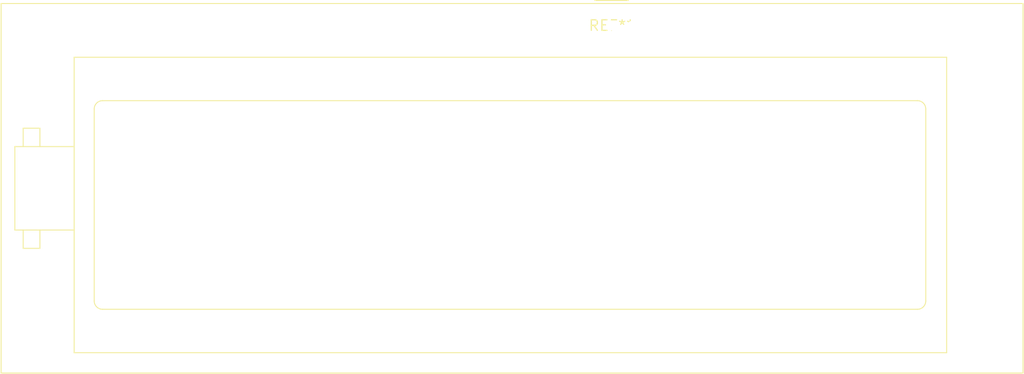
<source format=kicad_pcb>
(kicad_pcb (version 20240108) (generator pcbnew)
  (layers (0 "F.Cu" signal) (31 "B.Cu" signal) (34 "B.Paste" user) (35 "F.Paste" user) (36 "B.SilkS" user "B.Silkscreen") (37 "F.SilkS" user "F.Silkscreen") (38 "B.Mask" user) (39 "F.Mask" user) (44 "Edge.Cuts" user))
  (net 0 "")
  (footprint "HY1602E" (layer "F.Cu") (at 0 0)
    (property "Reference" "REF**")
    (property "Value" "HY1602E")
    (fp_line (start -73.04 -2.64) (end -73.04 41.64) (layer "F.SilkS") (stroke (width 0.12)))
    (fp_line (start -73.04 -2.64) (end 49.24 -2.64) (layer "F.SilkS") (stroke (width 0.12)))
    (fp_line (start -71.4 14.5) (end -64.3 14.5) (layer "F.SilkS") (stroke (width 0.12)))
    (fp_line (start -71.4 24.5) (end -71.4 14.5) (layer "F.SilkS") (stroke (width 0.12)))
    (fp_line (start -70.4 12.3) (end -70.4 14.5) (layer "F.SilkS") (stroke (width 0.12)))
    (fp_line (start -70.4 26.7) (end -70.4 24.5) (layer "F.SilkS") (stroke (width 0.12)))
    (fp_line (start -68.4 12.3) (end -70.4 12.3) (layer "F.SilkS") (stroke (width 0.12)))
    (fp_line (start -68.4 14.5) (end -68.4 12.3) (layer "F.SilkS") (stroke (width 0.12)))
    (fp_line (start -68.4 24.5) (end -68.4 26.7) (layer "F.SilkS") (stroke (width 0.12)))
    (fp_line (start -68.4 26.7) (end -70.4 26.7) (layer "F.SilkS") (stroke (width 0.12)))
    (fp_line (start -64.3 3.8) (end 40.1 3.8) (layer "F.SilkS") (stroke (width 0.12)))
    (fp_line (start -64.3 24.5) (end -71.4 24.5) (layer "F.SilkS") (stroke (width 0.12)))
    (fp_line (start -64.3 39.2) (end -64.3 3.8) (layer "F.SilkS") (stroke (width 0.12)))
    (fp_line (start -61.9 33) (end -61.9 10) (layer "F.SilkS") (stroke (width 0.12)))
    (fp_line (start -60.9 9) (end 36.6 9) (layer "F.SilkS") (stroke (width 0.12)))
    (fp_line (start -2 -3) (end 2 -3) (layer "F.SilkS") (stroke (width 0.12)))
    (fp_line (start 36.6 34) (end -60.9 34) (layer "F.SilkS") (stroke (width 0.12)))
    (fp_line (start 37.6 10) (end 37.6 33) (layer "F.SilkS") (stroke (width 0.12)))
    (fp_line (start 40.1 3.8) (end 40.1 39.2) (layer "F.SilkS") (stroke (width 0.12)))
    (fp_line (start 40.1 39.2) (end -64.3 39.2) (layer "F.SilkS") (stroke (width 0.12)))
    (fp_line (start 49.24 -2.64) (end 49.24 41.64) (layer "F.SilkS") (stroke (width 0.12)))
    (fp_line (start 49.24 41.64) (end -73.04 41.64) (layer "F.SilkS") (stroke (width 0.12)))
    (fp_arc (start -61.9 10) (mid -61.607107 9.292893) (end -60.9 9) (layer "F.SilkS") (stroke (width 0.12)))
    (fp_arc (start -60.9 34) (mid -61.607107 33.707107) (end -61.9 33) (layer "F.SilkS") (stroke (width 0.12)))
    (fp_arc (start 36.6 9) (mid 37.307107 9.292893) (end 37.6 10) (layer "F.SilkS") (stroke (width 0.12)))
    (fp_arc (start 37.6 33) (mid 37.307107 33.707107) (end 36.6 34) (layer "F.SilkS") (stroke (width 0.12)))
    (pad "" thru_hole circle (at -69.40042 1.00076 180) (size 4 4) (drill 3.5) (layers *.Cu *.Mask) (remove_unused_layers))
    (pad "" thru_hole circle (at -69.40042 38.00094 180) (size 4 4) (drill 3.5) (layers *.Cu *.Mask) (remove_unused_layers))
    (pad "" thru_hole circle (at 45.60062 1.00076 180) (size 4 4) (drill 3.5) (layers *.Cu *.Mask) (remove_unused_layers))
    (pad "" thru_hole circle (at 45.60062 38.00094 180) (size 4 4) (drill 3.5) (layers *.Cu *.Mask) (remove_unused_layers))
    (pad "1" thru_hole rect (at 0 0 180) (size 1.8 2.6) (drill 1.2) (layers *.Cu *.Mask) (remove_unused_layers))
    (pad "2" thru_hole oval (at 2.54 0 180) (size 1.8 2.6) (drill 1.2) (layers *.Cu *.Mask) (remove_unused_layers))
    (pad "3" thru_hole oval (at 5.08 0 180) (size 1.8 2.6) (drill 1.2) (layers *.Cu *.Mask) (remove_unused_layers))
    (pad "4" thru_hole oval (at 7.62 0 180) (size 1.8 2.6) (drill 1.2) (layers *.Cu *.Mask) (remove_unused_layers))
    (pad "5" thru_hole oval (at 10.16 0 180) (size 1.8 2.6) (drill 1.2) (layers *.Cu *.Mask) (remove_unused_layers))
    (pad "6" thru_hole oval (at 12.7 0 180) (size 1.8 2.6) (drill 1.2) (layers *.Cu *.Mask) (remove_unused_layers))
    (pad "7" thru_hole oval (at 15.24 0 180) (size 1.8 2.6) (drill 1.2) (layers *.Cu *.Mask) (remove_unused_layers))
    (pad "8" thru_hole oval (at 17.78 0 180) (size 1.8 2.6) (drill 1.2) (layers *.Cu *.Mask) (remove_unused_layers))
    (pad "9" thru_hole oval (at 20.32 0 180) (size 1.8 2.6) (drill 1.2) (layers *.Cu *.Mask) (remove_unused_layers))
    (pad "10" thru_hole oval (at 22.86 0 180) (size 1.8 2.6) (drill 1.2) (layers *.Cu *.Mask) (remove_unused_layers))
    (pad "11" thru_hole oval (at 25.4 0 180) (size 1.8 2.6) (drill 1.2) (layers *.Cu *.Mask) (remove_unused_layers))
    (pad "12" thru_hole oval (at 27.94 0 180) (size 1.8 2.6) (drill 1.2) (layers *.Cu *.Mask) (remove_unused_layers))
    (pad "13" thru_hole oval (at 30.48 0 180) (size 1.8 2.6) (drill 1.2) (layers *.Cu *.Mask) (remove_unused_layers))
    (pad "14" thru_hole oval (at 33.02 0 180) (size 1.8 2.6) (drill 1.2) (layers *.Cu *.Mask) (remove_unused_layers))
    (pad "15" thru_hole oval (at 35.56 0 180) (size 1.8 2.6) (drill 1.2) (layers *.Cu *.Mask) (remove_unused_layers))
    (pad "16" thru_hole oval (at 38.1 0 180) (size 1.8 2.6) (drill 1.2) (layers *.Cu *.Mask) (remove_unused_layers))
  )
)
</source>
